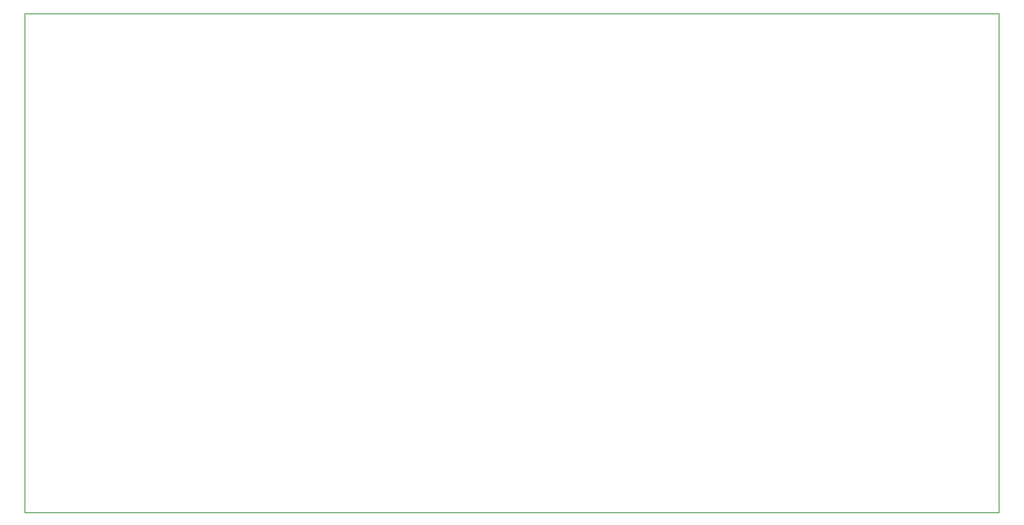
<source format=gbr>
%TF.GenerationSoftware,KiCad,Pcbnew,(6.0.0)*%
%TF.CreationDate,2022-06-21T00:16:55+02:00*%
%TF.ProjectId,Esp32x4,45737033-3278-4342-9e6b-696361645f70,rev?*%
%TF.SameCoordinates,PX3a22d00PY5c0c740*%
%TF.FileFunction,Profile,NP*%
%FSLAX46Y46*%
G04 Gerber Fmt 4.6, Leading zero omitted, Abs format (unit mm)*
G04 Created by KiCad (PCBNEW (6.0.0)) date 2022-06-21 00:16:55*
%MOMM*%
%LPD*%
G01*
G04 APERTURE LIST*
%TA.AperFunction,Profile*%
%ADD10C,0.100000*%
%TD*%
G04 APERTURE END LIST*
D10*
X106680000Y55880000D02*
X2540000Y55880000D01*
X2540000Y55880000D02*
X2540000Y2540000D01*
X2540000Y2540000D02*
X106680000Y2540000D01*
X106680000Y2540000D02*
X106680000Y55880000D01*
M02*

</source>
